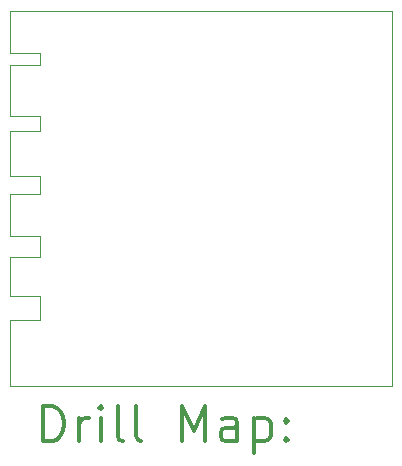
<source format=gbr>
%FSLAX45Y45*%
G04 Gerber Fmt 4.5, Leading zero omitted, Abs format (unit mm)*
G04 Created by KiCad (PCBNEW 5.1.6) date 2020-07-28 17:06:39*
%MOMM*%
%LPD*%
G01*
G04 APERTURE LIST*
%TA.AperFunction,Profile*%
%ADD10C,0.050000*%
%TD*%
%ADD11C,0.200000*%
%ADD12C,0.300000*%
G04 APERTURE END LIST*
D10*
X11684000Y-13411200D02*
X11684000Y-13970000D01*
X11938000Y-13411200D02*
X11684000Y-13411200D01*
X11938000Y-13208000D02*
X11938000Y-13411200D01*
X11684000Y-13208000D02*
X11938000Y-13208000D01*
X11684000Y-12877800D02*
X11684000Y-13208000D01*
X11938000Y-12877800D02*
X11684000Y-12877800D01*
X11938000Y-12700000D02*
X11938000Y-12877800D01*
X11684000Y-12700000D02*
X11938000Y-12700000D01*
X11684000Y-12344400D02*
X11684000Y-12700000D01*
X11938000Y-12344400D02*
X11684000Y-12344400D01*
X11938000Y-12192000D02*
X11938000Y-12344400D01*
X11684000Y-12192000D02*
X11938000Y-12192000D01*
X11684000Y-11811000D02*
X11684000Y-12192000D01*
X11938000Y-11811000D02*
X11684000Y-11811000D01*
X11938000Y-11684000D02*
X11938000Y-11811000D01*
X11684000Y-11684000D02*
X11938000Y-11684000D01*
X11684000Y-11430000D02*
X11684000Y-11684000D01*
X11684000Y-11252200D02*
X11684000Y-11430000D01*
X11938000Y-11252200D02*
X11684000Y-11252200D01*
X11938000Y-11150600D02*
X11938000Y-11252200D01*
X11684000Y-11150600D02*
X11938000Y-11150600D01*
X11684000Y-10795000D02*
X11684000Y-11150600D01*
X14922500Y-13970000D02*
X11684000Y-13970000D01*
X14922500Y-10795000D02*
X14922500Y-13970000D01*
X11684000Y-10795000D02*
X14922500Y-10795000D01*
D11*
D12*
X11967928Y-14438214D02*
X11967928Y-14138214D01*
X12039357Y-14138214D01*
X12082214Y-14152500D01*
X12110786Y-14181071D01*
X12125071Y-14209643D01*
X12139357Y-14266786D01*
X12139357Y-14309643D01*
X12125071Y-14366786D01*
X12110786Y-14395357D01*
X12082214Y-14423929D01*
X12039357Y-14438214D01*
X11967928Y-14438214D01*
X12267928Y-14438214D02*
X12267928Y-14238214D01*
X12267928Y-14295357D02*
X12282214Y-14266786D01*
X12296500Y-14252500D01*
X12325071Y-14238214D01*
X12353643Y-14238214D01*
X12453643Y-14438214D02*
X12453643Y-14238214D01*
X12453643Y-14138214D02*
X12439357Y-14152500D01*
X12453643Y-14166786D01*
X12467928Y-14152500D01*
X12453643Y-14138214D01*
X12453643Y-14166786D01*
X12639357Y-14438214D02*
X12610786Y-14423929D01*
X12596500Y-14395357D01*
X12596500Y-14138214D01*
X12796500Y-14438214D02*
X12767928Y-14423929D01*
X12753643Y-14395357D01*
X12753643Y-14138214D01*
X13139357Y-14438214D02*
X13139357Y-14138214D01*
X13239357Y-14352500D01*
X13339357Y-14138214D01*
X13339357Y-14438214D01*
X13610786Y-14438214D02*
X13610786Y-14281071D01*
X13596500Y-14252500D01*
X13567928Y-14238214D01*
X13510786Y-14238214D01*
X13482214Y-14252500D01*
X13610786Y-14423929D02*
X13582214Y-14438214D01*
X13510786Y-14438214D01*
X13482214Y-14423929D01*
X13467928Y-14395357D01*
X13467928Y-14366786D01*
X13482214Y-14338214D01*
X13510786Y-14323929D01*
X13582214Y-14323929D01*
X13610786Y-14309643D01*
X13753643Y-14238214D02*
X13753643Y-14538214D01*
X13753643Y-14252500D02*
X13782214Y-14238214D01*
X13839357Y-14238214D01*
X13867928Y-14252500D01*
X13882214Y-14266786D01*
X13896500Y-14295357D01*
X13896500Y-14381071D01*
X13882214Y-14409643D01*
X13867928Y-14423929D01*
X13839357Y-14438214D01*
X13782214Y-14438214D01*
X13753643Y-14423929D01*
X14025071Y-14409643D02*
X14039357Y-14423929D01*
X14025071Y-14438214D01*
X14010786Y-14423929D01*
X14025071Y-14409643D01*
X14025071Y-14438214D01*
X14025071Y-14252500D02*
X14039357Y-14266786D01*
X14025071Y-14281071D01*
X14010786Y-14266786D01*
X14025071Y-14252500D01*
X14025071Y-14281071D01*
M02*

</source>
